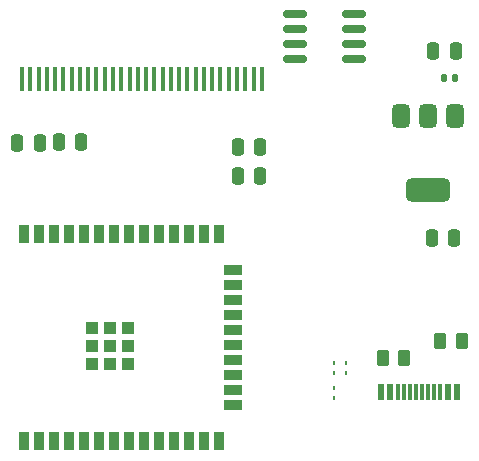
<source format=gbr>
%TF.GenerationSoftware,KiCad,Pcbnew,9.0.2*%
%TF.CreationDate,2025-07-27T17:27:23+05:30*%
%TF.ProjectId,smart_usb,736d6172-745f-4757-9362-2e6b69636164,rev?*%
%TF.SameCoordinates,Original*%
%TF.FileFunction,Paste,Top*%
%TF.FilePolarity,Positive*%
%FSLAX46Y46*%
G04 Gerber Fmt 4.6, Leading zero omitted, Abs format (unit mm)*
G04 Created by KiCad (PCBNEW 9.0.2) date 2025-07-27 17:27:23*
%MOMM*%
%LPD*%
G01*
G04 APERTURE LIST*
G04 Aperture macros list*
%AMRoundRect*
0 Rectangle with rounded corners*
0 $1 Rounding radius*
0 $2 $3 $4 $5 $6 $7 $8 $9 X,Y pos of 4 corners*
0 Add a 4 corners polygon primitive as box body*
4,1,4,$2,$3,$4,$5,$6,$7,$8,$9,$2,$3,0*
0 Add four circle primitives for the rounded corners*
1,1,$1+$1,$2,$3*
1,1,$1+$1,$4,$5*
1,1,$1+$1,$6,$7*
1,1,$1+$1,$8,$9*
0 Add four rect primitives between the rounded corners*
20,1,$1+$1,$2,$3,$4,$5,0*
20,1,$1+$1,$4,$5,$6,$7,0*
20,1,$1+$1,$6,$7,$8,$9,0*
20,1,$1+$1,$8,$9,$2,$3,0*%
G04 Aperture macros list end*
%ADD10RoundRect,0.375000X-0.375000X0.625000X-0.375000X-0.625000X0.375000X-0.625000X0.375000X0.625000X0*%
%ADD11RoundRect,0.500000X-1.400000X0.500000X-1.400000X-0.500000X1.400000X-0.500000X1.400000X0.500000X0*%
%ADD12RoundRect,0.250000X-0.250000X-0.475000X0.250000X-0.475000X0.250000X0.475000X-0.250000X0.475000X0*%
%ADD13RoundRect,0.250000X-0.262500X-0.450000X0.262500X-0.450000X0.262500X0.450000X-0.262500X0.450000X0*%
%ADD14R,0.600000X1.450000*%
%ADD15R,0.300000X1.450000*%
%ADD16RoundRect,0.147500X0.147500X0.172500X-0.147500X0.172500X-0.147500X-0.172500X0.147500X-0.172500X0*%
%ADD17R,0.400000X2.000000*%
%ADD18RoundRect,0.062500X0.062500X-0.117500X0.062500X0.117500X-0.062500X0.117500X-0.062500X-0.117500X0*%
%ADD19RoundRect,0.150000X0.825000X0.150000X-0.825000X0.150000X-0.825000X-0.150000X0.825000X-0.150000X0*%
%ADD20R,0.900000X1.500000*%
%ADD21R,1.500000X0.900000*%
%ADD22R,1.050000X1.050000*%
%ADD23RoundRect,0.062500X-0.062500X0.117500X-0.062500X-0.117500X0.062500X-0.117500X0.062500X0.117500X0*%
%ADD24RoundRect,0.250000X0.262500X0.450000X-0.262500X0.450000X-0.262500X-0.450000X0.262500X-0.450000X0*%
G04 APERTURE END LIST*
D10*
%TO.C,U2*%
X221250000Y-61100000D03*
X218950000Y-61100000D03*
D11*
X218950000Y-67400000D03*
D10*
X216650000Y-61100000D03*
%TD*%
D12*
%TO.C,C2*%
X219300000Y-71450000D03*
X221200000Y-71450000D03*
%TD*%
D13*
%TO.C,R2*%
X219987500Y-80200000D03*
X221812500Y-80200000D03*
%TD*%
D14*
%TO.C,J1*%
X214950000Y-84505000D03*
X215750000Y-84505000D03*
D15*
X216950000Y-84505000D03*
X217950000Y-84505000D03*
X218450000Y-84505000D03*
X219450000Y-84505000D03*
D14*
X220650000Y-84505000D03*
X221450000Y-84505000D03*
X221450000Y-84505000D03*
X220650000Y-84505000D03*
D15*
X219950000Y-84505000D03*
X218950000Y-84505000D03*
X217450000Y-84505000D03*
X216450000Y-84505000D03*
D14*
X215750000Y-84505000D03*
X214950000Y-84505000D03*
%TD*%
D16*
%TO.C,D1*%
X221285000Y-57900000D03*
X220315000Y-57900000D03*
%TD*%
D12*
%TO.C,C5*%
X202850000Y-63700000D03*
X204750000Y-63700000D03*
%TD*%
D17*
%TO.C,DS1*%
X184600000Y-57995000D03*
X185300000Y-57995000D03*
X186000000Y-57995000D03*
X186700000Y-57995000D03*
X187400000Y-57995000D03*
X188100000Y-57995000D03*
X188800000Y-57995000D03*
X189500000Y-57995000D03*
X190200000Y-57995000D03*
X190900000Y-57995000D03*
X191600000Y-57995000D03*
X192300000Y-57995000D03*
X193000000Y-57995000D03*
X193700000Y-57995000D03*
X194400000Y-57995000D03*
X195100000Y-57995000D03*
X195800000Y-57995000D03*
X196500000Y-57995000D03*
X197200000Y-57995000D03*
X197900000Y-57995000D03*
X198600000Y-57995000D03*
X199300000Y-57995000D03*
X200000000Y-57995000D03*
X200700000Y-57995000D03*
X201400000Y-57995000D03*
X202100000Y-57995000D03*
X202800000Y-57995000D03*
X203500000Y-57995000D03*
X204200000Y-57995000D03*
X204900000Y-57995000D03*
%TD*%
D18*
%TO.C,D4*%
X211000000Y-84152500D03*
X211000000Y-84992500D03*
%TD*%
D19*
%TO.C,U1*%
X212675000Y-56305000D03*
X212675000Y-55035000D03*
X212675000Y-53765000D03*
X212675000Y-52495000D03*
X207725000Y-52495000D03*
X207725000Y-53765000D03*
X207725000Y-55035000D03*
X207725000Y-56305000D03*
%TD*%
D20*
%TO.C,U3*%
X184735000Y-88645000D03*
X186005000Y-88645000D03*
X187275000Y-88645000D03*
X188545000Y-88645000D03*
X189815000Y-88645000D03*
X191085000Y-88645000D03*
X192355000Y-88645000D03*
X193625000Y-88645000D03*
X194895000Y-88645000D03*
X196165000Y-88645000D03*
X197435000Y-88645000D03*
X198705000Y-88645000D03*
X199975000Y-88645000D03*
X201245000Y-88645000D03*
D21*
X202495000Y-85605000D03*
X202495000Y-84335000D03*
X202495000Y-83065000D03*
X202495000Y-81795000D03*
X202495000Y-80525000D03*
X202495000Y-79255000D03*
X202495000Y-77985000D03*
X202495000Y-76715000D03*
X202495000Y-75445000D03*
X202495000Y-74175000D03*
D20*
X201245000Y-71145000D03*
X199975000Y-71145000D03*
X198705000Y-71145000D03*
X197435000Y-71145000D03*
X196165000Y-71145000D03*
X194895000Y-71145000D03*
X193625000Y-71145000D03*
X192355000Y-71145000D03*
X191085000Y-71145000D03*
X189815000Y-71145000D03*
X188545000Y-71145000D03*
X187275000Y-71145000D03*
X186005000Y-71145000D03*
X184735000Y-71145000D03*
D22*
X190550000Y-82100000D03*
X192075000Y-82100000D03*
X193600000Y-82100000D03*
X190550000Y-80575000D03*
X192075000Y-80575000D03*
X193600000Y-80575000D03*
X190550000Y-79050000D03*
X192075000Y-79050000D03*
X193600000Y-79050000D03*
%TD*%
D23*
%TO.C,D3*%
X211000000Y-82847500D03*
X211000000Y-82007500D03*
%TD*%
D12*
%TO.C,R3*%
X202850000Y-66200000D03*
X204750000Y-66200000D03*
%TD*%
D23*
%TO.C,D2*%
X212050000Y-82847500D03*
X212050000Y-82007500D03*
%TD*%
D12*
%TO.C,C3*%
X184200000Y-63400000D03*
X186100000Y-63400000D03*
%TD*%
D24*
%TO.C,R1*%
X216962500Y-81600000D03*
X215137500Y-81600000D03*
%TD*%
D12*
%TO.C,C4*%
X187700000Y-63300000D03*
X189600000Y-63300000D03*
%TD*%
%TO.C,C1*%
X219400000Y-55600000D03*
X221300000Y-55600000D03*
%TD*%
M02*

</source>
